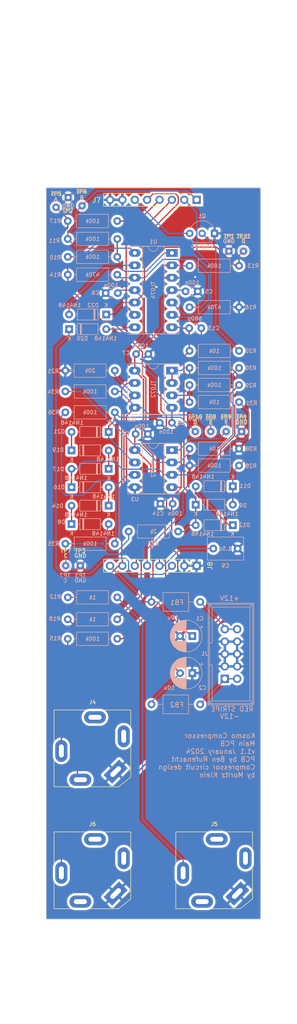
<source format=kicad_pcb>
(kicad_pcb (version 20221018) (generator pcbnew)
  (layers (0 "F.Cu" signal) (31 "B.Cu" signal) (34 "B.Paste" user) (35 "F.Paste" user) (36 "B.SilkS" user "B.Silkscreen") (37 "F.SilkS" user "F.Silkscreen") (38 "B.Mask" user) (39 "F.Mask" user) (44 "Edge.Cuts" user))
  (net 0 "")
  (net 1 "+12V")
  (net 2 "GND")
  (net 3 "-12V")
  (net 4 "Net-(D11-K)")
  (net 5 "Net-(D12-A)")
  (net 6 "Net-(D20-A)")
  (net 7 "Net-(D22-K)")
  (net 8 "Net-(D22-A)")
  (net 9 "Net-(U1D--)")
  (net 10 "Net-(U1A--)")
  (net 11 "Net-(U1D-+)")
  (net 12 "SideIn")
  (net 13 "SideNormal")
  (net 14 "AudioOut")
  (net 15 "AudioIn")
  (net 16 "RatioIn")
  (net 17 "RatioOut")
  (net 18 "Switch")
  (net 19 "AttackOut")
  (net 20 "Net-(D14-A)")
  (net 21 "Net-(D8-A)")
  (net 22 "Net-(D11-A)")
  (net 23 "Net-(D14-K)")
  (net 24 "Net-(D16-K)")
  (net 25 "Net-(D17-K)")
  (net 26 "Net-(D19-K)")
  (net 27 "AttackIn")
  (net 28 "Net-(D21-K)")
  (net 29 "Net-(FB1-Pad1)")
  (net 30 "Net-(FB2-Pad1)")
  (net 31 "Threshold")
  (net 32 "Release")
  (net 33 "LED")
  (net 34 "InputGain")
  (net 35 "MakupGainOut")
  (net 36 "Net-(Q1-B)")
  (net 37 "Net-(U2B-+)")
  (net 38 "MakeupGainIn")
  (net 39 "Net-(U2A-+)")
  (net 40 "Net-(U2A--)")
  (net 41 "Net-(U3A--)")
  (net 42 "Net-(U3B--)")
  (footprint "AO_tht:Jack_6.35mm_PJ_629HAN_slots" (layer "F.Cu") (at 62.5 175)
    (fp_text reference "J6")
    (fp_text value "AudioIn")
  )
  (footprint "Connector_PinSocket_2.54mm:PinSocket_1x08_P2.54mm_Vertical" (layer "F.Cu") (at 83.875 112.525 -90)
    (fp_text reference "J8")
    (fp_text value "Conn_01x08_Pin")
  )
  (footprint "AO_tht:Jack_6.35mm_PJ_629HAN_slots" (layer "F.Cu") (at 62.5 150)
    (fp_text reference "J4")
    (fp_text value "SideIn")
  )
  (footprint "AO_tht:Jack_6.35mm_PJ_629HAN_slots" (layer "F.Cu") (at 87.5 175)
    (fp_text reference "J5")
    (fp_text value "AudioOut")
  )
  (footprint "Connector_PinSocket_2.54mm:PinSocket_1x08_P2.54mm_Vertical" (layer "F.Cu") (at 83.875 37.475 -90)
    (fp_text reference "J7")
    (fp_text value "Conn_01x08_Pin")
  )
  (footprint "AO_tht:D_DO-35_SOD27_P7.62mm_Horizontal" (layer "B.Cu") (at 58.19 88.8611)
    (fp_text reference "D19")
    (fp_text value "1N4148")
  )
  (footprint "AO_tht:R_Axial_DIN0207_L6.3mm_D2.5mm_P10.16mm_Horizontal" (layer "B.Cu") (at 67.08 108 180)
    (fp_text reference "R35")
    (fp_text value "100k")
  )
  (footprint "AO_tht:TestPoint_THTPad_D1.5mm_Drill0.7mm" (layer "B.Cu") (at 60 112.5 180)
    (fp_text reference "TP3")
    (fp_text value "GND")
  )
  (footprint "AO_tht:R_Axial_DIN0207_L6.3mm_D2.5mm_P10.16mm_Horizontal" (layer "B.Cu") (at 92.58 78.95 180)
    (fp_text reference "R31")
    (fp_text value "10k")
  )
  (footprint "AO_tht:D_DO-35_SOD27_P7.62mm_Horizontal" (layer "B.Cu") (at 83.69 100)
    (fp_text reference "D9")
    (fp_text value "1N4148")
  )
  (footprint "AO_tht:TestPoint_THTPad_D1.5mm_Drill0.7mm" (layer "B.Cu") (at 55 39 180)
    (fp_text reference "TP5")
    (fp_text value "A")
  )
  (footprint "B3_tht:FB_Axial_L5.0mm_D3.6mm_P10.00mm" (layer "B.Cu") (at 84.6 140.94 180)
    (fp_text reference "FB2")
    (fp_text value "FerriteBead")
  )
  (footprint "AO_tht:TestPoint_THTPad_D1.5mm_Drill0.7mm" (layer "B.Cu") (at 93.1 85 180)
    (fp_text reference "TP4")
    (fp_text value "GND")
  )
  (footprint "AO_tht:D_DO-35_SOD27_P7.62mm_Horizontal" (layer "B.Cu") (at 58.19 103.9722)
    (fp_text reference "D8")
    (fp_text value "1N4148")
  )
  (footprint "AO_tht:R_Axial_DIN0207_L6.3mm_D2.5mm_P10.16mm_Horizontal" (layer "B.Cu") (at 56.92 76.7778)
    (fp_text reference "R34")
    (fp_text value "100k")
  )
  (footprint "AO_tht:TestPoint_THTPad_D1.5mm_Drill0.7mm" (layer "B.Cu") (at 86.7667 85 180)
    (fp_text reference "TP8")
    (fp_text value "E")
  )
  (footprint "AO_tht:D_DO-35_SOD27_P7.62mm_Horizontal" (layer "B.Cu") (at 58.19 96.4167)
    (fp_text reference "D16")
    (fp_text value "1N4148")
  )
  (footprint "AO_tht:D_DO-35_SOD27_P7.62mm_Horizontal" (layer "B.Cu") (at 91.31 104.2 180)
    (fp_text reference "D12")
    (fp_text value "1N4148")
  )
  (footprint "AO_tht:C_Rect_L7.2mm_W4.5mm_P5.00mm_FKS2_FKP2_MKS2_MKP2" (layer "B.Cu") (at 87.3 109)
    (fp_text reference "C9")
    (fp_text value "1.5u")
  )
  (footprint "AO_tht:D_DO-35_SOD27_P7.62mm_Horizontal" (layer "B.Cu") (at 65.81 100.1944 180)
    (fp_text reference "D14")
    (fp_text value "1N4148")
  )
  (footprint "AO_tht:R_Axial_DIN0207_L6.3mm_D2.5mm_P10.16mm_Horizontal" (layer "B.Cu") (at 82.42 59.5)
    (fp_text reference "R16")
    (fp_text value "470k")
  )
  (footprint "AO_tht:D_DO-35_SOD27_P7.62mm_Horizontal" (layer "B.Cu") (at 65.81 85.0833 180)
    (fp_text reference "D21")
    (fp_text value "1N4148")
  )
  (footprint "AO_tht:C_Disc_D3.0mm_W1.6mm_P2.50mm" (layer "B.Cu") (at 71.35 85.5)
    (fp_text reference "C12")
    (fp_text value "100n")
  )
  (footprint "AO_tht:TO-92_Inline_Wide" (layer "B.Cu") (at 87.54 44.36 180)
    (fp_text reference "Q1")
    (fp_text value "2N3904")
  )
  (footprint "AO_tht:D_DO-35_SOD27_P7.62mm_Horizontal" (layer "B.Cu") (at 65.81 92.6389 180)
    (fp_text reference "D17")
    (fp_text value "1N4148")
  )
  (footprint "AO_tht:C_Disc_D3.0mm_W1.6mm_P2.50mm" (layer "B.Cu") (at 65.2 56.6)
    (fp_text reference "C6")
    (fp_text value "100n")
  )
  (footprint "B3_tht:FB_Axial_L5.0mm_D3.6mm_P10.00mm" (layer "B.Cu") (at 84.6 119.94 180)
    (fp_text reference "FB1")
    (fp_text value "FerriteBead")
  )
  (footprint "AO_tht:D_DO-35_SOD27_P7.62mm_Horizontal" (layer "B.Cu") (at 57.69 64)
    (fp_text reference "D20")
    (fp_text value "1N4148")
  )
  (footprint "AO_tht:R_Axial_DIN0207_L6.3mm_D2.5mm_P10.16mm_Horizontal" (layer "B.Cu") (at 92.58 71.95 180)
    (fp_text reference "R30")
    (fp_text value "100k")
  )
  (footprint "AO_tht:TestPoint_THTPad_D1.5mm_Drill0.7mm" (layer "B.Cu") (at 93.5 48 180)
    (fp_text reference "TP11")
    (fp_text value "G")
  )
  (footprint "AO_tht:Power_Header" (layer "B.Cu") (at 89.66 135.7)
    (fp_text reference "J1")
    (fp_text value "Synth_power_2x5_passive")
  )
  (footprint "AO_tht:DIP-8_W7.62mm_Socket_LongPads" (layer "B.Cu") (at 78.8 72.5 180)
    (fp_text reference "U2")
    (fp_text value "TL072")
  )
  (footprint "AO_tht:R_Axial_DIN0207_L6.3mm_D2.5mm_P10.16mm_Horizontal" (layer "B.Cu") (at 80.08 105.5 180)
    (fp_text reference "R23")
    (fp_text value "2k")
  )
  (footprint "AO_tht:D_DO-35_SOD27_P7.62mm_Horizontal" (layer "B.Cu") (at 91.31 96.2187 180)
    (fp_text reference "D11")
    (fp_text value "1N4148")
  )
  (footprint "AO_tht:R_Axial_DIN0207_L6.3mm_D2.5mm_P10.16mm_Horizontal" (layer "B.Cu") (at 57.42 49.1667)
    (fp_text reference "R10")
    (fp_text value "100k")
  )
  (footprint "AO_tht:CP_Radial_D6.3mm_P2.50mm" (layer "B.Cu") (at 82.9824 134.54 180)
    (fp_text reference "C2")
    (fp_text value "10u")
  )
  (footprint "AO_tht:DIP-8_W7.62mm_Socket_LongPads" (layer "B.Cu") (at 78.8 88.8 180)
    (fp_text reference "U3")
    (fp_text value "TL072")
  )
  (footprint "AO_tht:TestPoint_THTPad_D1.5mm_Drill0.7mm" (layer "B.Cu") (at 89.9333 85 180)
    (fp_text reference "TP9")
    (fp_text value "F")
  )
  (footprint "AO_tht:TestPoint_THTPad_D1.5mm_Drill0.7mm" (layer "B.Cu") (at 57.5 37 180)
    (fp_text reference "TP2")
    (fp_text value "GND")
  )
  (footprint "AO_tht:R_Axial_DIN0207_L6.3mm_D2.5mm_P10.16mm_Horizontal" (layer "B.Cu") (at 67.08 81.0556 180)
    (fp_text reference "R36")
    (fp_text value "100k")
  )
  (footprint "AO_tht:R_Axial_DIN0207_L6.3mm_D2.5mm_P10.16mm_Horizontal" (layer "B.Cu") (at 67.58 52.8333 180)
    (fp_text reference "R14")
    (fp_text value "470k")
  )
  (footprint "AO_tht:C_Disc_D3.0mm_W1.6mm_P2.50mm" (layer "B.Cu") (at 71.45 69.1)
    (fp_text reference "C7")
    (fp_text value "100n")
  )
  (footprint "AO_tht:C_Disc_D3.0mm_W1.6mm_P2.50mm" (layer "B.Cu") (at 76.45 99.8)
    (fp_text reference "C14")
    (fp_text value "100n")
  )
  (footprint "AO_tht:R_Axial_DIN0207_L6.3mm_D2.5mm_P10.16mm_Horizontal" (layer "B.Cu") (at 67.58 41.8333 180)
    (fp_text reference "R17")
    (fp_text value "100k")
  )
  (footprint "AO_tht:R_Axial_DIN0207_L6.3mm_D2.5mm_P10.16mm_Horizontal" (layer "B.Cu") (at 92.58 51 180)
    (fp_text reference "R13")
    (fp_text value "100k")
  )
  (footprint "AO_tht:R_Axial_DIN0207_L6.3mm_D2.5mm_P10.16mm_Horizontal" (layer "B.Cu") (at 92.58 88.5 180)
    (fp_text reference "R38")
    (fp_text value "10k")
  )
  (footprint "AO_tht:TestPoint_THTPad_D1.5mm_Drill0.7mm" (layer "B.Cu") (at 90.5 48 180)
    (fp_text reference "TP1")
    (fp_text value "GND")
  )
  (footprint "AO_tht:R_Axial_DIN0207_L6.3mm_D2.5mm_P10.16mm_Horizontal" (layer "B.Cu") (at 82.42 68.45)
    (fp_text reference "R20")
    (fp_text value "10k")
  )
  (footprint "AO_tht:CP_Radial_D6.3mm_P2.50mm" (layer "B.Cu") (at 82.9824 126.94 180)
    (fp_text reference "C1")
    (fp_text value "10u")
  )
  (footprint "AO_tht:R_Axial_DIN0207_L6.3mm_D2.5mm_P10.16mm_Horizontal" (layer "B.Cu") (at 67.08 72.5 180)
    (fp_text reference "R21")
    (fp_text value "20k")
  )
  (footprint "AO_tht:DIP-14_W7.62mm_Socket_LongPads" (layer "B.Cu") (at 78.8 48.375 180)
    (fp_text reference "U1")
    (fp_text value "TL074")
  )
  (footprint "AO_tht:R_Axial_DIN0207_L6.3mm_D2.5mm_P10.16mm_Horizontal" (layer "B.Cu") (at 92.58 75.45 180)
    (fp_text reference "R29")
    (fp_text value "100k")
  )
  (footprint "AO_tht:TestPoint_THTPad_D1.5mm_Drill0.7mm" (layer "B.Cu") (at 57 112.5 180)
    (fp_text reference "TP7")
    (fp_text value "C")
  )
  (footprint "AO_tht:TestPoint_THTPad_D1.5mm_Drill0.7mm" (layer "B.Cu") (at 60.35 38.7 180)
    (fp_text reference "TP6")
    (fp_text value "B")
  )
  (footprint "AO_tht:C_Disc_D3.0mm_W1.6mm_P2.50mm" (layer "B.Cu") (at 81.6 56.25)
    (fp_text reference "C5")
    (fp_text value "100n")
  )
  (footprint "AO_tht:R_Axial_DIN0207_L6.3mm_D2.5mm_P10.16mm_Horizontal" (layer "B.Cu") (at 67.58 119 180)
    (fp_text reference "R12")
    (fp_text value "1k")
  )
  (footprint "AO_tht:C_Disc_D3.0mm_W1.6mm_P2.50mm" (layer "B.Cu") (at 76.3 83.2)
    (fp_text reference "C8")
    (fp_text value "100n")
  )
  (footprint "AO_tht:D_DO-35_SOD27_P7.62mm_Horizontal" (layer "B.Cu") (at 65.31 61 180)
    (fp_text reference "D22")
    (fp_text value "1N4148")
  )
  (footprint "AO_tht:R_Axial_DIN0207_L6.3mm_D2.5mm_P10.16mm_Horizontal" (layer "B.Cu") (at 67.58 45.5 180)
    (fp_text reference "R11")
    (fp_text value "100k")
  )
  (footprint "AO_tht:TestPoint_THTPad_D1.5mm_Drill0.7mm" (layer "B.Cu") (at 83.6 85 180)
    (fp_text reference "TP10")
    (fp_text value "D")
  )
  (footprint "AO_tht:C_Disc_D3.0mm_W1.6mm_P2.50mm" (layer "B.Cu") (at 84.85 63.8 180)
    (fp_text reference "C13")
    (fp_text value "680p")
  )
  (footprint "AO_tht:R_Axial_DIN0207_L6.3mm_D2.5mm_P10.16mm_Horizontal" (layer "B.Cu") (at 67.58 123.5 180)
    (fp_text reference "R18")
    (fp_text value "1k")
  )
  (footprint "AO_tht:R_Axial_DIN0207_L6.3mm_D2.5mm_P10.16mm_Horizontal" (layer "B.Cu") (at 67.58 127.5 180)
    (fp_text reference "R15")
    (fp_text value "100k")
  )
  (footprint "AO_tht:R_Axial_DIN0207_L6.3mm_D2.5mm_P10.16mm_Horizontal" (layer "B.Cu") (at 92.58 91.975 180)
    (fp_text reference "R28")
    (fp_text value "100k")
  )
  (gr_line (start 53 185) (end 53 35) (stroke (width 0.1)) (layer "Edge.Cuts"))
  (gr_line (start 97 185) (end 53 185) (stroke (width 0.1)) (layer "Edge.Cuts"))
  (gr_line (start 53 35) (end 97 35) (stroke (width 0.1)) (layer "Edge.Cuts"))
  (gr_line (start 97 35) (end 97 185) (stroke (width 0.1)) (layer "Edge.Cuts"))
  (gr_text "Kosmo Compressor\nMain PCB\nv1.1 January 2024\nPCB by Ben Rufenacht\nCompressor circuit design\nby Moritz Klein" (at 96 156) (layer "B.SilkS") (effects (font (size 1 1)) (justify left bottom mirror)))
  (segment (start 74.5 91.85) (end 71.45 88.8) (width 0.25) (layer "F.Cu") (net 1))
  (segment (start 71.35 85.5) (end 71.18 85.67) (width 0.25) (layer "F.Cu") (net 1))
  (segment (start 73 74.32) (end 71.18 72.5) (width 0.25) (layer "F.Cu") (net 1))
  (segment (start 71.18 85.67) (end 71.18 88.8) (width 0.25) (layer "F.Cu") (net 1))
  (segment (start 71.35 84.05) (end 73 82.4) (width 0.25) (layer "F.Cu") (net 1))
  (segment (start 71.45 69.1) (end 71.18 69.37) (width 0.25) (layer "F.Cu") (net 1))
  (segment (start 74.6 118.8131) (end 74.9113 118.5018) (width 0.25) (layer "F.Cu") (net 1))
  (segment (start 71.18 69.37) (end 71.18 72.5) (width 0.25) (layer "F.Cu") (net 1))
  (segment (start 73 82.4) (end 73 74.32) (width 0.25) (layer "F.Cu") (net 1))
  (segment (start 74.9113 111.5706) (end 74.5 111.1593) (width 0.25) (layer "F.Cu") (net 1))
  (segment (start 71.45 88.8) (end 71.18 88.8) (width 0.25) (layer "F.Cu") (net 1))
  (segment (start 74.9113 118.5018) (end 74.9113 111.5706) (width 0.25) (layer "F.Cu") (net 1))
  (segment (start 71.35 85.5) (end 71.35 84.05) (width 0.25) (layer "F.Cu") (net 1))
  (segment (start 74.5 111.1593) (end 74.5 91.85) (width 0.25) (layer "F.Cu") (net 1))
  (segment (start 74.6 119.94) (end 74.6 118.8131) (width 0.25) (layer "F.Cu") (net 1))
  (segment (start 71.45 69.1) (end 76.75 63.8) (width 0.25) (layer "B.Cu") (net 1))
  (segment (start 82.7269 126.94) (end 82.9824 126.94) (width 0.25) (layer "B.Cu") (net 1))
  (segment (start 73.4731 119.94) (end 74.6 119.94) (width 0.25) (layer "B.Cu") (net 1))
  (segment (start 75.7269 119.94) (end 82.7269 126.94) (width 0.25) (layer "B.Cu") (net 1))
  (segment (start 81.345 55.995) (end 81.6 56.25) (width 0.25) (layer "B.Cu") (net 1))
  (segment (start 78.8 55.995) (end 81.345 55.995) (width 0.25) (layer "B.Cu") (net 1))
  (segment (start 76.75 63.8) (end 76.75 58.045) (width 0.25) (layer "B.Cu") (net 1))
  (segment (start 66.095 112.5619) (end 73.4731 119.94) (width 0.25) (layer "B.Cu") (net 1))
  (segment (start 78.8 55.995) (end 79.055 56.25) (width 0.25) (layer "B.Cu") (net 1))
  (segment (start 66.095 112.525) (end 66.095 112.5619) (width 0.25) (layer "B.Cu") (net 1))
  (segment (start 76.75 58.045) (end 78.8 55.995) (width 0.25) (layer "B.Cu") (net 1))
  (segment (start 74.6 119.94) (end 75.7269 119.94) (width 0.25) (layer "B.Cu") (net 1))
  (via (at 75.65 55.35) (size 0.8) (drill 0.4) (layers "F.Cu" "B.Cu") (net 2))
  (via (at 83.6 53.3) (size 0.8) (drill 0.4) (layers "F.Cu" "B.Cu") (net 2))
  (segment (start 78.65 125.4414) (end 79.9915 124.0999) (width 0.25) (layer "F.Cu") (net 3))
  (segment (start 78.8 80.12) (end 78.8 83.2) (width 0.25) (layer "F.Cu") (net 3))
  (segment (start 80.7 85.1) (end 78.8 83.2) (width 0.25) (layer "F.Cu") (net 3))
  (segment (start 80.7 96.42) (end 80.7 96.0469) (width 0.25) (layer "F.Cu") (net 3))
  (segment (start 78.8 96.42) (end 80.7 96.42) (width 0.25) (layer "F.Cu") (net 3))
  (segment (start 78.75 108.9255) (end 78.75 100) (width 0.25) (layer "F.Cu") (net 3))
  (segment (start 80.4824 134.54) (end 78.65 132.7076) (width 0.25) (layer "F.Cu") (net 3))
  (segment (start 79.9915 110.167) (end 78.75 108.9255) (width 0.25) (layer "F.Cu") (net 3))
  (segment (start 80.7 96.0469) (end 80.7 85.1) (width 0.25) (layer "F.Cu") (net 3))
  (segment (start 78.95 98.2636) (end 78.9501 98.2636) (width 0.25) (layer "F.Cu") (net 3))
  (segment (start 78.95 99.8) (end 78.95 98.2636) (width 0.25) (layer "F.Cu") (net 3))
  (segment (start 78.75 100) (end 78.95 99.8) (width 0.25) (layer "F.Cu") (net 3))
  (segment (start 80.7 96.5137) (end 80.7 96.0469) (width 0.25) (layer "F.Cu") (net 3))
  (segment (start 79.9915 124.0999) (end 79.9915 110.167) (width 0.25) (layer "F.Cu") (net 3))
  (segment (start 78.65 132.7076) (end 78.65 125.4414) (width 0.25) (layer "F.Cu") (net 3))
  (segment (start 78.9501 98.2636) (end 80.7 96.5137) (width 0.25) (layer "F.Cu") (net 3))
  (segment (start 70.4 71) (end 72.4 71) (width 0.25) (layer "B.Cu") (net 3))
  (segment (start 72.4 71) (end 75.565 74.165) (width 0.25) (layer "B.Cu") (net 3))
  (segment (start 74.6 140.4224) (end 74.6 140.94) (width 0.25) (layer "B.Cu") (net 3))
  (segment (start 73 57.815) (end 73 65.4) (width 0.25) (layer "B.Cu") (net 3))
  (segment (start 69.8 70.4) (end 70.4 71) (width 0.25) (layer "B.Cu") (net 3))
  (segment (start 80.4824 134.54) (end 74.6 140.4224) (width 0.25) (layer "B.Cu") (net 3))
  (segment (start 73 65.4) (end 69.8 68.6) (width 0.25) (layer "B.Cu") (net 3))
  (segment (start 71.18 55.995) (end 73 57.815) (width 0.25) (layer "B.Cu") (net 3))
  (segment (start 75.565 76.885) (end 78.8 80.12) (width 0.25) (layer "B.Cu") (net 3))
  (segment (start 75.565 74.165) (end 75.565 76.885) (width 0.25) (layer "B.Cu") (net 3))
  (segment (start 69.8 68.6) (end 69.8 70.4) (width 0.25) (layer "B.Cu") (net 3))
  (segment (start 68.305 55.995) (end 71.18 55.995) (width 0.25) (layer "B.Cu") (net 3))
  (segment (start 67.7 56.6) (end 68.305 55.995) (width 0.25) (layer "B.Cu") (net 3))
  (segment (start 84.85 63.8) (end 84.85 65.8638) (width 0.25) (layer "F.Cu") (net 4))
  (segment (start 91.31 96.2187) (end 91.31 100) (width 0.25) (layer "F.Cu") (net 4))
  (segment (start 95.2 76.2138) (end 95.2 89.355) (width 0.25) (layer "F.Cu") (net 4))
  (segment (start 84.85 65.8638) (end 95.2 76.2138) (width 0.25) (layer "F.Cu") (net 4))
  (segment (start 95.2 89.355) (end 92.58 91.975) (width 0.25) (layer "F.Cu") (net 4))
  (segment (start 91.31 96.2187) (end 91.31 93.245) (width 0.25) (layer "B.Cu") (net 4))
  (segment (start 78.8 61.075) (end 79.225 61.5) (width 0.25) (layer "B.Cu") (net 4))
  (segment (start 91.31 93.245) (end 92.58 91.975) (width 0.25) (layer "B.Cu") (net 4))
  (segment (start 79.225 61.5) (end 82.55 61.5) (width 0.25) (layer "B.Cu") (net 4))
  (segment (start 82.55 61.5) (end 84.85 63.8) (width 0.25) (layer "B.Cu") (net 4))
  (segment (start 83.69 100) (end 83.69 98.8731) (width 0.25) (layer "F.Cu") (net 5))
  (segment (start 81.2679 69.6021) (end 81.2679 96.451) (width 0.25) (layer "F.Cu") (net 5))
  (segment (start 82.35 68.38) (end 82.42 68.45) (width 0.25) (layer "F.Cu") (net 5))
  (segment (start 80.5119 63.8) (end 82.35 63.8) (width 0.25) (layer "F.Cu") (net 5))
  (segment (start 82.35 63.8) (end 82.35 68.38) (width 0.25) (layer "F.Cu") (net 5))
  (segment (start 78.8 63.615) (end 80.3269 63.615) (width 0.25) (layer "F.Cu") (net 5))
  (segment (start 83.69 104.2) (end 83.69 100) (width 0.25) (layer "F.Cu") (net 5))
  (segment (start 82.42 68.45) (end 81.2679 69.6021) (width 0.25) (layer "F.Cu") (net 5))
  (segment (start 80.3269 63.615) (end 80.5119 63.8) (width 0.25) (layer "F.Cu") (net 5))
  (segment (start 81.2679 96.451) (end 83.69 98.8731) (width 0.25) (layer "F.Cu") (net 5))
  (segment (start 83.69 104.2) (end 82.5631 104.2) (width 0.25) (layer "B.Cu") (net 5))
  (segment (start 81.2631 105.5) (end 82.5631 104.2) (width 0.25) (layer "B.Cu") (net 5))
  (segment (start 80.08 105.5) (end 81.2631 105.5) (width 0.25) (layer "B.Cu") (net 5))
  (segment (start 69.2681 64) (end 65.31 64) (width 0.25) (layer "B.Cu") (net 6))
  (segment (start 71.18 63.615) (end 69.6531 63.615) (width 0.25) (layer "B.Cu") (net 6))
  (segment (start 69.6531 63.615) (end 69.2681 64) (width 0.25) (layer "B.Cu") (net 6))
  (segment (start 77.503 47.1964) (end 88.0056 47.1964) (width 0.25) (layer "F.Cu") (net 7))
  (segment (start 73.15 56.565) (end 73.15 51.5494) (width 0.25) (layer "F.Cu") (net 7))
  (segment (start 92.58 48.92) (end 93.5 48) (width 0.25) (layer "F.Cu") (net 7))
  (segment (start 92.58 51) (end 92.58 48.92) (width 0.25) (layer "F.Cu") (net 7))
  (segment (start 73.15 51.5494) (end 77.503 47.1964) (width 0.25) (layer "F.Cu") (net 7))
  (segment (start 88.0056 47.1964) (end 91.8092 51) (width 0.25) (layer "F.Cu") (net 7))
  (segment (start 71.18 58.535) (end 73.15 56.565) (width 0.25) (layer "F.Cu") (net 7))
  (segment (start 91.8092 51) (end 92.58 51) (width 0.25) (layer "F.Cu") (net 7))
  (segment (start 68.9019 58.535) (end 66.4369 61) (width 0.25) (layer "B.Cu") (net 7))
  (segment (start 65.31 61) (end 66.4369 61) (width 0.25) (layer "B.Cu") (net 7))
  (segment (start 71.18 58.535) (end 68.9019 58.535) (width 0.25) (layer "B.Cu") (net 7))
  (segment (start 77.2731 48.375) (end 73.4981 52.15) (width 0.25) (layer "B.Cu") (net 8))
  (segment (start 57.69 58.81) (end 57.69 61) (width 0.25) (layer "B.Cu") (net 8))
  (segment (start 69.1 52.15) (end 68.35 51.4) (width 0.25) (layer "B.Cu") (net 8))
  (segment (start 73.4981 52.15) (end 69.1 52.15) (width 0.25) (layer "B.Cu") (net 8))
  (segment (start 65.1 51.4) (end 57.69 58.81) (width 0.25) (layer "B.Cu") (net 8))
  (segment (start 78.8 48.375) (end 77.2731 48.375) (width 0.25) (layer "B.Cu") (net 8))
  (segment (start 68.35 51.4) (end 65.1 51.4) (width 0.25) (layer "B.Cu") (net 8))
  (segment (start 67.58 45.5) (end 67.58 49.1667) (width 0.25) (layer "F.Cu") (net 9))
  (segment (start 71.18 50.915) (end 68.715 50.915) (width 0.25) (layer "B.Cu") (net 9))
  (segment (start 68.715 50.915) (end 67.58 49.78) (width 0.25) (layer "B.Cu") (net 9))
  (segment (start 67.58 49.78) (end 67.58 49.1667) (width 0.25) (layer "B.Cu") (net 9))
  (segment (start 77.4 101.9) (end 77.4 111.7698) (width 0.25) (layer "F.Cu") (net 10))
  (segment (start 77.65 87.05) (end 76.95 87.75) (width 0.25) (layer "F.Cu") (net 10))
  (segment (start 76.55 80.6347) (end 77.65 81.7347) (width 0.25) (layer "F.Cu") (net 10))
  (segment (start 78.8 50.915) (end 76.785 50.915) (width 0.25) (layer "F.Cu") (net 10))
  (segment (start 76.95 87.75) (end 76.95 96.92) (width 0.25) (layer "F.Cu") (net 10))
  (segment (start 77.4 111.7698) (end 77.525 111.8948) (width 0.25) (layer "F.Cu") (net 10))
  (segment (start 77.65 81.7347) (end 77.65 87.05) (width 0.25) (layer "F.Cu") (net 10))
  (segment (start 77.525 118.6212) (end 68.6462 127.5) (width 0.25) (layer "F.Cu") (net 10))
  (segment (start 68.6462 127.5) (end 67.58 127.5) (width 0.25) (layer "F.Cu") (net 10))
  (segment (start 73.9 64.35) (end 76.55 67) (width 0.25) (layer "F.Cu") (net 10))
  (segment (start 77.7 97.67) (end 77.7 101.6) (width 0.25) (layer "F.Cu") (net 10))
  (segment (start 76.95 96.92) (end 77.7 97.67) (width 0.25) (layer "F.Cu") (net 10))
  (segment (start 76.785 50.915) (end 73.9 53.8) (width 0.25) (layer "F.Cu") (net 10))
  (segment (start 76.55 67) (end 76.55 80.6347) (width 0.25) (layer "F.Cu") (net 10))
  (segment (start 73.9 53.8) (end 73.9 64.35) (width 0.25) (layer "F.Cu") (net 10))
  (segment (start 77.7 101.6) (end 77.4 101.9) (width 0.25) (layer "F.Cu") (net 10))
  (segment (start 77.525 111.8948) (end 77.525 118.6212) (width 0.25) (layer "F.Cu") (net 10))
  (segment (start 80.3269 50.915) (end 80.4119 51) (width 0.25) (layer "B.Cu") (net 10))
  (segment (start 78.8 50.915) (end 80.3269 50.915) (width 0.25) (layer "B.Cu") (net 10))
  (segment (start 80.4119 51) (end 82.42 51) (width 0.25) (layer "B.Cu") (net 10))
  (segment (start 73.5619 53.0881) (end 76.95 49.7) (width 0.25) (layer "B.Cu") (net 11))
  (segment (start 86.3473 57.8527) (end 84.7 59.5) (width 0.25) (layer "B.Cu") (net 11))
  (segment (start 84.7 59.5) (end 82.42 59.5) (width 0.25) (layer "B.Cu") (net 11))
  (segment (start 68.2017 53.455) (end 67.58 52.8333) (width 0.25) (layer "B.Cu") (net 11))
  (segment (start 83.3 49.7) (end 86.3473 52.7473) (width 0.25) (layer "B.Cu") (net 11))
  (segment (start 71.18 53.455) (end 68.2017 53.455) (width 0.25) (layer "B.Cu") (net 11))
  (segment (start 71.18 53.455) (end 73.2569 53.455) (width 0.25) (layer "B.Cu") (net 11))
  (segment (start 76.95 49.7) (end 83.3 49.7) (width 0.25) (layer "B.Cu") (net 11))
  (segment (start 73.5619 53.15) (end 73.5619 53.0881) (width 0.25) (layer "B.Cu") (net 11))
  (segment (start 86.3473 52.7473) (end 86.3473 57.8527) (width 0.25) (layer "B.Cu") (net 11))
  (segment (start 73.2569 53.455) (end 73.5619 53.15) (width 0.25) (layer "B.Cu") (net 11))
  (segment (start 57.42 146.6031) (end 56.1 147.9231) (width 0.25) (layer "F.Cu") (net 12))
  (segment (start 57.42 127.5) (end 57.42 146.6031) (width 0.25) (layer "F.Cu") (net 12))
  (segment (start 56.1 150.5) (end 56.1 147.9231) (width 0.25) (layer "F.Cu") (net 12))
  (segment (start 59.4 155.4631) (end 60 156.0631) (width 0.25) (layer "F.Cu") (net 13))
  (segment (start 59.4 125.4) (end 59.4 155.4631) (width 0.25) (layer "F.Cu") (net 13))
  (segment (start 60 156.0631) (end 60 156.4) (width 0.25) (layer "F.Cu") (net 13))
  (segment (start 57.5 123.5) (end 59.4 125.4) (width 0.25) (layer "F.Cu") (net 13))
  (segment (start 57.42 123.5) (end 57.5 123.5) (width 0.25) (layer "F.Cu") (net 13))
  (segment (start 72.7708 124.1908) (end 72.7708 164.5939) (width 0.25) (layer "B.Cu") (net 14))
  (segment (start 67.58 119) (end 72.7708 124.1908) (width 0.25) (layer "B.Cu") (net 14))
  (segment (start 81.1 175.5) (end 81.1 172.9231) (width 0.25) (layer "B.Cu") (net 14))
  (segment (start 72.7708 164.5939) (end 81.1 172.9231) (width 0.25) (layer "B.Cu") (net 14))
  (segment (start 81.4 141.55) (end 81.4 145.1822) (width 0.25) (layer "F.Cu") (net 15))
  (segment (start 84.9 138.05) (end 81.4 141.55) (width 0.25) (layer "F.Cu") (net 15))
  (segment (start 88.8 88.7) (end 88.8 123.1479) (width 0.25) (layer "F.Cu") (net 15))
  (segment (start 88.8 123.1479) (end 84.9 127.0479) (width 0.25) (layer "F.Cu") (net 15))
  (segment (start 91.7 79.660991) (end 91.7 85.8) (width 0.25) (layer "F.Cu") (net 15))
  (segment (start 91.7 85.8) (end 88.8 88.7) (width 0.25) (layer "F.Cu") (net 15))
  (segment (start 90.9 78.860991) (end 91.7 79.660991) (width 0.25) (layer "F.Cu") (net 15))
  (segment (start 81.4 145.1822) (end 56.1 170.4822) (width 0.25) (layer "F.Cu") (net 15))
  (segment (start 92.58 75.45) (end 90.9 77.13) (width 0.25) (layer "F.Cu") (net 15))
  (segment (start 84.9 127.0479) (end 84.9 138.05) (width 0.25) (layer "F.Cu") (net 15))
  (segment (start 56.1 170.4822) (end 56.1 175.5) (width 0.25) (layer "F.Cu") (net 15))
  (segment (start 90.9 77.13) (end 90.9 78.860991) (width 0.25) (layer "F.Cu") (net 15))
  (segment (start 83.875 37.475) (end 82.1 35.7) (width 0.25) (layer "B.Cu") (net 16))
  (segment (start 58.95 42.8431) (end 57.42 44.3731) (width 0.25) (layer "B.Cu") (net 16))
  (segment (start 59.32 47.4) (end 57.42 45.5) (width 0.25) (layer "B.Cu") (net 16))
  (segment (start 58.95 40.1) (end 58.95 42.8431) (width 0.25) (layer "B.Cu") (net 16))
  (segment (start 70.205 47.4) (end 59.32 47.4) (width 0.25) (layer "B.Cu") (net 16))
  (segment (start 71.18 48.375) (end 70.205 47.4) (width 0.25) (layer "B.Cu") (net 16))
  (segment (start 60.35 38.7) (end 58.95 40.1) (width 0.25) (layer "B.Cu") (net 16))
  (segment (start 82.1 35.7) (end 63.35 35.7) (width 0.25) (layer "B.Cu") (net 16))
  (segment (start 57.42 44.3731) (end 57.42 45.5) (width 0.25) (layer "B.Cu") (net 16))
  (segment (start 63.35 35.7) (end 60.35 38.7) (width 0.25) (layer "B.Cu") (net 16))
  (segment (start 81.165 60.9) (end 78.8 58.535) (width 0.25) (layer "B.Cu") (net 17))
  (segment (start 86.7973 50.8973) (end 83.925 48.025) (width 0.25) (layer "B.Cu") (net 17))
  (segment (start 83.925 40.065) (end 81.335 37.475) (width 0.25) (layer "B.Cu") (net 17))
  (segment (start 83.925 48.025) (end 83.925 40.065) (width 0.25) (layer "B.Cu") (net 17))
  (segment (start 86.7973 50.8973) (end 86.7973 58.4527) (width 0.25) (layer "B.Cu") (net 17))
  (segment (start 84.35 60.9) (end 81.165 60.9) (width 0.25) (layer "B.Cu") (net 17))
  (segment (start 86.7973 58.4527) (end 84.35 60.9) (width 0.25) (layer "B.Cu") (net 17))
  (segment (start 73.2 45.1) (end 80.1 38.2) (width 0.25) (layer "F.Cu") (net 18))
  (segment (start 71.2 45.1) (end 73.2 45.1) (width 0.25) (layer "F.Cu") (net 18))
  (segment (start 80.1 38.2) (end 80.1 36.8) (width 0.25) (layer "F.Cu") (net 18))
  (segment (start 69.4 59.295) (end 69.4 46.9) (width 0.25) (layer "F.Cu") (net 18))
  (segment (start 71.18 61.075) (end 69.4 59.295) (width 0.25) (layer "F.Cu") (net 18))
  (segment (start 74.99 36.2) (end 73.715 37.475) (width 0.25) (layer "F.Cu") (net 18))
  (segment (start 69.4 46.9) (end 71.2 45.1) (width 0.25) (layer "F.Cu") (net 18))
  (segment (start 79.5 36.2) (end 74.99 36.2) (width 0.25) (layer "F.Cu") (net 18))
  (segment (start 80.1 36.8) (end 79.5 36.2) (width 0.25) (layer "F.Cu") (net 18))
  (segment (start 72.9339 37.475) (end 73.745 37.475) (width 0.25) (layer "B.Cu") (net 18))
  (segment (start 72.75 68.69) (end 72.75 73.433604) (width 0.25) (layer "F.Cu") (net 19))
  (segment (start 76.255 111.3481) (end 76.255 112.525) (width 0.25) (layer "F.Cu") (net 19))
  (segment (start 57.42 51.7064) (end 55.8 50.0864) (width 0.25) (layer "F.Cu") (net 19))
  (segment (start 74.95 110.0431) (end 76.255 111.3481) (width 0.25) (layer "F.Cu") (net 19))
  (segment (start 57.42 52.8333) (end 57.42 51.7064) (width 0.25) (layer "F.Cu") (net 19))
  (segment (start 66.4007 62.3407) (end 72.75 68.69) (width 0.25) (layer "F.Cu") (net 19))
  (segment (start 57.42 41.42) (end 55 39) (width 0.25) (layer "F.Cu") (net 19))
  (segment (start 64.5399 62.3407) (end 66.4007 62.3407) (width 0.25) (layer "F.Cu") (net 19))
  (segment (start 73.45 82.586396) (end 72.65 83.386396) (width 0.25) (layer "F.Cu") (net 19))
  (segment (start 57.42 41.8333) (end 57.42 41.42) (width 0.25) (layer "F.Cu") (net 19))
  (segment (start 72.75 73.433604) (end 73.45 74.133604) (width 0.25) (layer "F.Cu") (net 19))
  (segment (start 57.42 42.9602) (end 57.42 41.8333) (width 0.25) (layer "F.Cu") (net 19))
  (segment (start 57.42 55.2208) (end 64.5399 62.3407) (width 0.25) (layer "F.Cu") (net 19))
  (segment (start 55.8 44.5802) (end 57.42 42.9602) (width 0.25) (layer "F.Cu") (net 19))
  (segment (start 74.95 89.8) (end 74.95 110.0431) (width 0.25) (layer "F.Cu") (net 19))
  (segment (start 72.65 87.5) (end 74.95 89.8) (width 0.25) (layer "F.Cu") (net 19))
  (segment (start 55.8 50.0864) (end 55.8 44.5802) (width 0.25) (layer "F.Cu") (net 19))
  (segment (start 73.45 74.133604) (end 73.45 82.586396) (width 0.25) (layer "F.Cu") (net 19))
  (segment (start 57.42 52.8333) (end 57.42 55.2208) (width 0.25) (layer "F.Cu") (net 19))
  (segment (start 72.65 83.386396) (end 72.65 87.5) (width 0.25) (layer "F.Cu") (net 19))
  (segment (start 80.5911 109) (end 77.0661 112.525) (width 0.25) (layer "B.Cu") (net 19))
  (segment (start 87.3 109) (end 80.5911 109) (width 0.25) (layer "B.Cu") (net 19))
  (segment (start 77.0661 112.525) (end 76.255 112.525) (width 0.25) (layer "B.Cu") (net 19))
  (segment (start 58.19 100.1944) (end 58.19 103.9722) (width 0.25) (layer "F.Cu") (net 20))
  (segment (start 65.55 106.9) (end 65.55 104.2322) (width 0.25) (layer "B.Cu") (net 21))
  (segment (start 69.92 105.5) (end 69.92 107.18) (width 0.25) (layer "B.Cu") (net 21))
  (segment (start 64.6 108) (end 56.92 108) (width 0.25) (layer "B.Cu") (net 21))
  (segment (start 56.92 108) (end 56.92 109.1269) (width 0.25) (layer "B.Cu") (net 21))
  (segment (start 67.7 109.4) (end 66 109.4) (width 0.25) (layer "B.Cu") (net 21))
  (segment (start 57 109.2069) (end 56.92 109.1269) (width 0.25) (layer "B.Cu") (net 21))
  (segment (start 64.45 108) (end 65.55 106.9) (width 0.25) (layer "B.Cu") (net 21))
  (segment (start 69.92 107.18) (end 67.7 109.4) (width 0.25) (layer "B.Cu") (net 21))
  (segment (start 65.55 104.2322) (end 65.81 103.9722) (width 0.25) (layer "B.Cu") (net 21))
  (segment (start 66 109.4) (end 64.6 108) (width 0.25) (layer "B.Cu") (net 21))
  (segment (start 57 112.5) (end 57 109.2069) (width 0.25) (layer "B.Cu") (net 21))
  (segment (start 90.5444 104.2) (end 91.31 104.2) (width 0.25) (layer "B.Cu") (net 22))
  (segment (start 83.69 97.3456) (end 90.5444 104.2) (width 0.25) (layer "B.Cu") (net 22))
  (segment (start 83.69 96.2187) (end 83.69 97.3456) (width 0.25) (layer "B.Cu") (net 22))
  (segment (start 65.81 100.1944) (end 65.81 96.4167) (width 0.25) (layer "F.Cu") (net 23))
  (segment (start 58.19 92.6389) (end 58.19 96.4167) (width 0.25) (layer "F.Cu") (net 24))
  (segment (start 76.1149 92.7218) (end 68.6218 92.7218) (width 0.25) (layer "B.Cu") (net 24))
  (segment (start 60.8558 91.1) (end 59.3169 92.6389) (width 0.25) (layer "B.Cu") (net 24))
  (segment (start 91.35 73.18) (end 91.35 85.6) (width 0.25) (layer "B.Cu") (net 24))
  (segment (start 91.35 85.6) (end 83.07 93.88) (width 0.25) (layer "B.Cu") (net 24))
  (segment (start 77.2731 93.88) (end 76.1149 92.7218) (width 0.25) (layer "B.Cu") (net 24))
  (segment (start 68.6218 92.7218) (end 67 91.1) (width 0.25) (layer "B.Cu") (net 24))
  (segment (start 92.58 71.95) (end 91.35 73.18) (width 0.25) (layer "B.Cu") (net 24))
  (segment (start 67 91.1) (end 60.8558 91.1) (width 0.25) (layer "B.Cu") (net 24))
  (segment (start 59.3169 92.6389) (end 58.19 92.6389) (width 0.25) (layer "B.Cu") (net 24))
  (segment (start 83.07 93.88) (end 78.8 93.88) (width 0.25) (layer "B.Cu") (net 24))
  (segment (start 78.8 93.88) (end 77.2731 93.88) (width 0.25) (layer "B.Cu") (net 24))
  (segment (start 65.81 92.6389) (end 65.81 88.8611) (width 0.25) (layer "F.Cu") (net 25))
  (segment (start 58.19 85.0833) (end 58.19 88.8611) (width 0.25) (layer "F.Cu") (net 26))
  (segment (start 69.9 113.5) (end 70.7 114.3) (width 0.25) (layer "B.Cu") (net 27))
  (segment (start 77.02 114.3) (end 78.795 112.525) (width 0.25) (layer "B.Cu") (net 27))
  (segment (start 62.1 114.1) (end 65.2 111) (width 0.25) (layer "B.Cu") (net 27))
  (segment (start 69.3 111) (end 69.9 111.6) (width 0.25) (layer "B.Cu") (net 27))
  (segment (start 70.7 114.3) (end 77.02 114.3) (width 0.25) (layer "B.Cu") (net 27))
  (segment (start 69.9 111.6) (end 69.9 113.5) (width 0.25) (layer "B.Cu") (net 27))
  (segment (start 56.25 114.1) (end 62.1 114.1) (width 0.25) (layer "B.Cu") (net 27))
  (segment (start 55 67.8169) (end 55 112.85) (width 0.25) (layer "B.Cu") (net 27))
  (segment (start 65.2 111) (end 69.3 111) (width 0.25) (layer "B.Cu") (net 27))
  (segment (start 55 112.85) (end 56.25 114.1) (width 0.25) (layer "B.Cu") (net 27))
  (segment (start 57.69 65.1269) (end 55 67.8169) (width 0.25) (layer "B.Cu") (net 27))
  (segment (start 57.69 64) (end 57.69 65.1269) (width 0.25) (layer "B.Cu") (net 27))
  (segment (start 67.08 82.6864) (end 67.08 81.0556) (width 0.25) (layer "F.Cu") (net 28))
  (segment (start 65.81 85.0833) (end 65.81 83.9564) (width 0.25) (layer "F.Cu") (net 28))
  (segment (start 65.81 83.9564) (end 67.08 82.6864) (width 0.25) (layer "F.Cu") (net 28))
  (segment (start 70.9398 91.34) (end 65.81 86.2102) (width 0.25) (layer "B.Cu") (net 28))
  (segment (start 68.0914 82.067) (end 80.667 82.067) (width 0.25) (layer "B.Cu") (net 28))
  (segment (start 80.667 82.067) (end 83.6 85) (width 0.25) (layer "B.Cu") (net 28))
  (segment (start 71.18 91.34) (end 70.9398 91.34) (width 0.25) (layer "B.Cu") (net 28))
  (segment (start 67.08 81.0556) (end 68.0914 82.067) (width 0.25) (layer "B.Cu") (net 28))
  (segment (start 65.81 86.2102) (end 65.81 85.0833) (width 0.25) (layer "B.Cu") (net 28))
  (segment (start 92.2 125.54) (end 89.66 125.54) (width 0.25) (layer "B.Cu") (net 29))
  (segment (start 89.66 125) (end 84.6 119.94) (width 0.25) (layer "B.Cu") (net 29))
  (segment (start 89.66 125.54) (end 89.66 125) (width 0.25) (layer "B.Cu") (net 29))
  (segment (start 89.66 135.7) (end 89.66 135.88) (width 0.25) (layer "B.Cu") (net 30))
  (segment (start 92.2 135.7) (end 89.66 135.7) (width 0.25) (layer "B.Cu") (net 30))
  (segment (start 89.66 135.88) (end 84.6 140.94) (width 0.25) (layer "B.Cu") (net 30))
  (segment (start 57.42 49.1667) (end 60.4333 49.1667) (width 0.25) (layer "F.Cu") (net 31))
  (segment (start 60.4333 49.1667) (end 65.7 43.9) (width 0.25) (layer "F.Cu") (net 31))
  (segment (start 72.37 43.9) (end 78.795 37.475) (width 0.25) (layer "F.Cu") (net 31))
  (segment (start 65.7 43.9) (end 72.37 43.9) (width 0.25) (layer "F.Cu") (net 31))
  (segment (start 71.8967 41.8333) (end 76.255 37.475) (width 0.25) (layer "F.Cu") (net 32))
  (segment (start 67.58 41.8333) (end 71.8967 41.8333) (width 0.25) (layer "F.Cu") (net 32))
  (segment (start 70.3939 37.475) (end 71.205 37.475) (width 0.25) (layer "B.Cu") (net 33))
  (segment (start 78.06 44.36) (end 71.175 37.475) (width 0.25) (layer "B.Cu") (net 33))
  (segment (start 82.46 44.36) (end 78.06 44.36) (width 0.25) (layer "B.Cu") (net 33))
  (segment (start 81.0564 101.7662) (end 73.715 109.1076) (width 0.25) (layer "B.Cu") (net 34))
  (segment (start 73.715 109.1076) (end 73.715 112.525) (width 0.25) (layer "B.Cu") (net 34))
  (segment (start 93.55 86.85) (end 91.35 86.85) (width 0.25) (layer "B.Cu") (net 34))
  (segment (start 81.0564 97.1436) (end 81.0564 101.7662) (width 0.25) (layer "B.Cu") (net 34))
  (segment (start 94.6 80.97) (end 94.6 85.8) (width 0.25) (layer "B.Cu") (net 34))
  (segment (start 94.6 85.8) (end 93.55 86.85) (width 0.25) (layer "B.Cu") (net 34))
  (segment (start 91.35 86.85) (end 81.0564 97.1436) (width 0.25) (layer "B.Cu") (net 34))
  (segment (start 92.58 78.95) (end 94.6 80.97) (width 0.25) (layer "B.Cu") (net 34))
  (segment (start 71.18 75.04) (end 69.6531 75.04) (width 0.25) (layer "F.Cu") (net 35))
  (segment (start 69.6531 75.04) (end 68.5 76.1931) (width 0.25) (layer "F.Cu") (net 35))
  (segment (start 68.635 111.3481) (end 68.635 112.525) (width 0.25) (layer "F.Cu") (net 35))
  (segment (start 68.5 76.1931) (end 68.5 111.2131) (width 0.25) (layer "F.Cu") (net 35))
  (segment (start 57.42 119) (end 61.3489 119) (width 0.25) (layer "F.Cu") (net 35))
  (segment (start 67.8239 112.525) (end 68.635 112.525) (width 0.25) (layer "F.Cu") (net 35))
  (segment (start 68.5 111.2131) (end 68.635 111.3481) (width 0.25) (layer "F.Cu") (net 35))
  (segment (start 61.3489 119) (end 67.8239 112.525) (width 0.25) (layer "F.Cu") (net 35))
  (segment (start 85 44.36) (end 87.8204 47.1804) (width 0.25) (layer "B.Cu") (net 36))
  (segment (start 87.8204 47.1804) (end 87.8204 63.6904) (width 0.25) (layer "B.Cu") (net 36))
  (segment (start 87.8204 63.6904) (end 92.58 68.45) (width 0.25) (layer "B.Cu") (net 36))
  (segment (start 69.45 99.85) (end 72.5 102.9) (width 0.25) (layer "F.Cu") (net 37))
  (segment (start 69.45 81.85) (end 69.45 99.85) (width 0.25) (layer "F.Cu") (net 37))
  (segment (start 72.5 102.9) (end 72.5 118.58) (width 0.25) (layer "F.Cu") (net 37))
  (segment (start 72.5 118.58) (end 67.58 123.5) (width 0.25) (layer "F.Cu") (net 37))
  (segment (start 71.18 80.12) (end 69.45 81.85) (width 0.25) (layer "F.Cu") (net 37))
  (segment (start 85.0714 86.45) (end 88.4833 86.45) (width 0.25) (layer "B.Cu") (net 37))
  (segment (start 78.8 88.8) (end 80.3269 88.8) (width 0.25) (layer "B.Cu") (net 37))
  (segment (start 67.08 76.7778) (end 68.2069 76.7778) (width 0.25) (layer "B.Cu") (net 37))
  (segment (start 72.7069 80.12) (end 71.5274 80.12) (width 0.25) (layer "B.Cu") (net 37))
  (segment (start 71.18 80.12) (end 71.5274 80.12) (width 0.25) (layer "B.Cu") (net 37))
  (segment (start 82.6769 86.45) (end 85.0714 86.45) (width 0.25) (layer "B.Cu") (net 37))
  (segment (start 68.2069 76.7995) (end 68.2069 76.7778) (width 0.25) (layer "B.Cu") (net 37))
  (segment (start 82.1903 81.5903) (end 74.1772 81.5903) (width 0.25) (layer "B.Cu") (net 37))
  (segment (start 85.1 84.5) (end 82.1903 81.5903) (width 0.25) (layer "B.Cu") (net 37))
  (segment (start 71.5274 80.12) (end 68.2069 76.7995) (width 0.25) (layer "B.Cu") (net 37))
  (segment (start 88.4833 86.45) (end 89.9333 85) (width 0.25) (layer "B.Cu") (net 37))
  (segment (start 74.1772 81.5903) (end 72.7069 80.12) (width 0.25) (layer "B.Cu") (net 37))
  (segment (start 85.1 86.4214) (end 85.1 84.5) (width 0.25) (layer "B.Cu") (net 37))
  (segment (start 80.3269 88.8) (end 82.6769 86.45) (width 0.25) (layer "B.Cu") (net 37))
  (segment (start 85.0714 86.45) (end 85.1 86.4214) (width 0.25) (layer "B.Cu") (net 37))
  (segment (start 71.5 103.7) (end 71.5 112.2) (width 0.25) (layer "F.Cu") (net 38))
  (segment (start 68.95 101.15) (end 71.5 103.7) (width 0.25) (layer "F.Cu") (net 38))
  (segment (start 71.18 77.58) (end 68.95 79.81) (width 0.25) (layer "F.Cu") (net 38))
  (segment (start 68.95 79.81) (end 68.95 101.15) (width 0.25) (layer "F.Cu") (net 38))
  (segment (start 71.5 112.2) (end 71.175 112.525) (width 0.25) (layer "F.Cu") (net 38))
  (segment (start 67.08 73.48) (end 67.08 72.5) (width 0.25) (layer "B.Cu") (net 38))
  (segment (start 71.18 77.58) (end 67.08 73.48) (width 0.25) (layer "B.Cu") (net 38))
  (segment (start 78.8 77.58) (end 80.2135 77.58) (width 0.25) (layer "B.Cu") (net 39))
  (segment (start 80.2135 77.58) (end 82.42 77.58) (width 0.25) (layer "B.Cu") (net 39))
  (segment (start 82.42 75.45) (end 82.42 76.0134) (width 0.25) (layer "B.Cu") (net 39))
  (segment (start 82.42 76.0134) (end 82.42 77.58) (width 0.25) (layer "B.Cu") (net 39))
  (segment (start 82.42 77.58) (end 82.42 78.95) (width 0.25) (layer "B.Cu") (net 39))
  (segment (start 78.8 72.5) (end 78.8 75.04) (width 0.25) (layer "F.Cu") (net 40))
  (segment (start 82.42 71.95) (end 82.42 73.0769) (width 0.25) (layer "F.Cu") (net 40))
  (segment (start 86.7667 85) (end 86.7667 77.4236) (width 0.25) (layer "F.Cu") (net 40))
  (segment (start 86.7667 77.4236) (end 82.42 73.0769) (width 0.25) (layer "F.Cu") (net 40))
  (segment (start 80.7431 72.5) (end 81.2931 71.95) (width 0.25) (layer "B.Cu") (net 40))
  (segment (start 82.42 71.95) (end 81.2931 71.95) (width 0.25) (layer "B.Cu") (net 40))
  (segment (start 78.8 72.5) (end 80.7431 72.5) (width 0.25) (layer "B.Cu") (net 40))
  (segment (start 70.8452 87.55) (end 60.073 76.7778) (width 0.25) (layer "B.Cu") (net 41))
  (segment (start 60.073 76.7778) (end 56.92 76.7778) (width 0.25) (layer "B.Cu") (net 41))
  (segment (start 75.89 91.34) (end 72.1 87.55) (width 0.25) (layer "B.Cu") (net 41))
  (segment (start 72.1 87.55) (end 70.8452 87.55) (width 0.25) (layer "B.Cu") (net 41))
  (segment (start 78.8 91.34) (end 75.89 91.34) (width 0.25) (layer "B.Cu") (net 41))
  (segment (start 80.3269 91.34) (end 82.42 89.2469) (width 0.25) (layer "B.Cu") (net 41))
  (segment (start 78.8 91.34) (end 80.3269 91.34) (width 0.25) (layer "B.Cu") (net 41))
  (segment (start 82.42 89.2469) (end 82.42 88.5) (width 0.25) (layer "B.Cu") (net 41))
  (segment (start 66.55 95) (end 67.2913 95.7413) (width 0.25) (layer "B.Cu") (net 42))
  (segment (start 56.15 97.3) (end 56.95 98.1) (width 0.25) (layer "B.Cu") (net 42))
  (segment (start 67.3 96.2505) (end 67.3 107.78) (width 0.25) (layer "B.Cu") (net 42))
  (segment (start 67.2913 95.7413) (end 67.2913 96.2418) (width 0.25) (layer "B.Cu") (net 42))
  (segment (start 60.5374 98.1) (end 63.6374 95) (width 0.25) (layer "B.Cu") (net 42))
  (segment (start 71.18 93.88) (end 69.6531 93.88) (width 0.25) (layer "B.Cu") (net 42))
  (segment (start 56.95 98.1) (end 60.5374 98.1) (width 0.25) (layer "B.Cu") (net 42))
  (segment (start 69.6531 93.88) (end 67.2913 96.2418) (width 0.25) (layer "B.Cu") (net 42))
  (segment (start 63.6374 95) (end 66.55 95) (width 0.25) (layer "B.Cu") (net 42))
  (segment (start 56.92 81.0556) (end 56.15 81.8256) (width 0.25) (layer "B.Cu") (net 42))
  (segment (start 67.3 107.78) (end 67.08 108) (width 0.25) (layer "B.Cu") (net 42))
  (segment (start 56.15 81.8256) (end 56.15 97.3) (width 0.25) (layer "B.Cu") (net 42))
  (segment (start 67.2913 96.2418) (end 67.3 96.2505) (width 0.25) (layer "B.Cu") (net 42))
  (zone (net 2) (net_name "GND") (layer "F.Cu") (connect_pads (clearance 0.5)) (min_thickness 0.25) (fill yes (thermal_gap 0.5) (thermal_bridge_width 0.5))
    (polygon (pts (xy 48 -2) (xy 101.5 -1) (xy 103 203) (xy 46.5 204.5) (xy 46.5 203.5)))
  )
  (zone (net 2) (net_name "GND") (layer "B.Cu") (priority 1) (connect_pads (clearance 0.5)) (min_thickness 0.25) (fill yes (thermal_gap 0.5) (thermal_bridge_width 0.5))
    (polygon (pts (xy 43.5 -3.5) (xy 103 -2.5) (xy 104.5 205.5) (xy 45 206.5)))
  )
)
</source>
